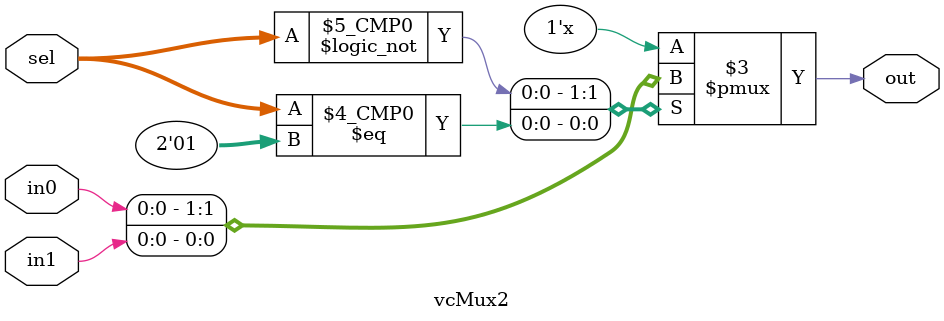
<source format=v>
module vcMux2
  #( 
     parameter WIDTH = 1 
     ) (  
	  input [ WIDTH -1:0]  in0, in1, 
	  input [1:0] 	       sel, 
	  output [ WIDTH -1:0] out  
	  ); 

   always @(*) begin 
     case ( sel ) 1'd0 : out = in0; 
	 1'd1 : out = in1; 
	 default : out = { WIDTH {1'bx}}; 
     endcase 
   end 
endmodule

</source>
